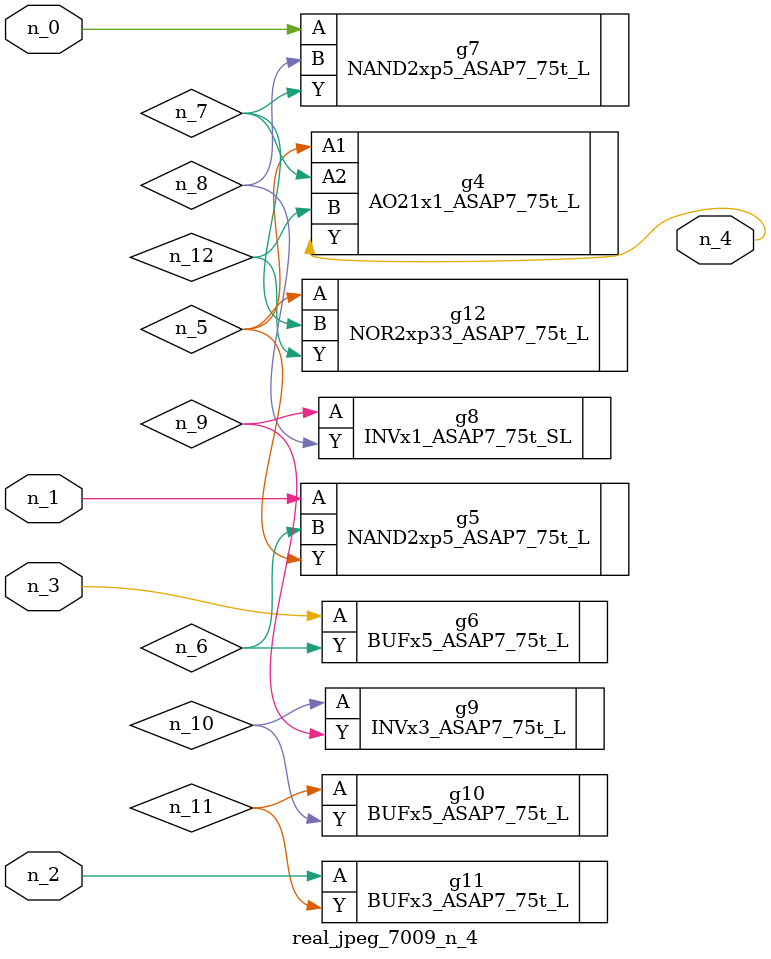
<source format=v>
module real_jpeg_7009_n_4 (n_3, n_1, n_0, n_2, n_4);

input n_3;
input n_1;
input n_0;
input n_2;

output n_4;

wire n_5;
wire n_8;
wire n_12;
wire n_11;
wire n_6;
wire n_7;
wire n_10;
wire n_9;

NAND2xp5_ASAP7_75t_L g7 ( 
.A(n_0),
.B(n_8),
.Y(n_7)
);

NAND2xp5_ASAP7_75t_L g5 ( 
.A(n_1),
.B(n_6),
.Y(n_5)
);

BUFx3_ASAP7_75t_L g11 ( 
.A(n_2),
.Y(n_11)
);

BUFx5_ASAP7_75t_L g6 ( 
.A(n_3),
.Y(n_6)
);

AO21x1_ASAP7_75t_L g4 ( 
.A1(n_5),
.A2(n_7),
.B(n_12),
.Y(n_4)
);

NOR2xp33_ASAP7_75t_L g12 ( 
.A(n_5),
.B(n_7),
.Y(n_12)
);

INVx1_ASAP7_75t_SL g8 ( 
.A(n_9),
.Y(n_8)
);

INVx3_ASAP7_75t_L g9 ( 
.A(n_10),
.Y(n_9)
);

BUFx5_ASAP7_75t_L g10 ( 
.A(n_11),
.Y(n_10)
);


endmodule
</source>
